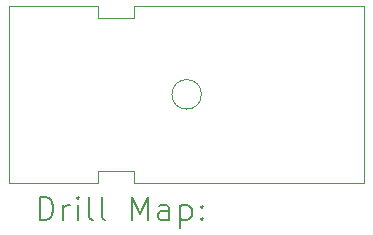
<source format=gbr>
%TF.GenerationSoftware,KiCad,Pcbnew,7.0.5*%
%TF.CreationDate,2024-02-16T16:10:43-06:00*%
%TF.ProjectId,GATE,47415445-2e6b-4696-9361-645f70636258,rev?*%
%TF.SameCoordinates,Original*%
%TF.FileFunction,Drillmap*%
%TF.FilePolarity,Positive*%
%FSLAX45Y45*%
G04 Gerber Fmt 4.5, Leading zero omitted, Abs format (unit mm)*
G04 Created by KiCad (PCBNEW 7.0.5) date 2024-02-16 16:10:43*
%MOMM*%
%LPD*%
G01*
G04 APERTURE LIST*
%ADD10C,0.100000*%
%ADD11C,0.200000*%
G04 APERTURE END LIST*
D10*
X14750000Y-8100000D02*
X15050000Y-8100000D01*
X15050000Y-8000000D01*
X17000000Y-8000000D01*
X17000000Y-9500000D01*
X15050000Y-9500000D01*
X15050000Y-9400000D01*
X14750000Y-9400000D01*
X14750000Y-9500000D01*
X14000000Y-9500000D01*
X14000000Y-8000000D01*
X14750000Y-8000000D01*
X14750000Y-8100000D01*
X15625000Y-8750000D02*
G75*
G03*
X15625000Y-8750000I-125000J0D01*
G01*
D11*
X14255777Y-9816484D02*
X14255777Y-9616484D01*
X14255777Y-9616484D02*
X14303396Y-9616484D01*
X14303396Y-9616484D02*
X14331967Y-9626008D01*
X14331967Y-9626008D02*
X14351015Y-9645055D01*
X14351015Y-9645055D02*
X14360539Y-9664103D01*
X14360539Y-9664103D02*
X14370062Y-9702198D01*
X14370062Y-9702198D02*
X14370062Y-9730770D01*
X14370062Y-9730770D02*
X14360539Y-9768865D01*
X14360539Y-9768865D02*
X14351015Y-9787912D01*
X14351015Y-9787912D02*
X14331967Y-9806960D01*
X14331967Y-9806960D02*
X14303396Y-9816484D01*
X14303396Y-9816484D02*
X14255777Y-9816484D01*
X14455777Y-9816484D02*
X14455777Y-9683150D01*
X14455777Y-9721246D02*
X14465301Y-9702198D01*
X14465301Y-9702198D02*
X14474824Y-9692674D01*
X14474824Y-9692674D02*
X14493872Y-9683150D01*
X14493872Y-9683150D02*
X14512920Y-9683150D01*
X14579586Y-9816484D02*
X14579586Y-9683150D01*
X14579586Y-9616484D02*
X14570062Y-9626008D01*
X14570062Y-9626008D02*
X14579586Y-9635531D01*
X14579586Y-9635531D02*
X14589110Y-9626008D01*
X14589110Y-9626008D02*
X14579586Y-9616484D01*
X14579586Y-9616484D02*
X14579586Y-9635531D01*
X14703396Y-9816484D02*
X14684348Y-9806960D01*
X14684348Y-9806960D02*
X14674824Y-9787912D01*
X14674824Y-9787912D02*
X14674824Y-9616484D01*
X14808158Y-9816484D02*
X14789110Y-9806960D01*
X14789110Y-9806960D02*
X14779586Y-9787912D01*
X14779586Y-9787912D02*
X14779586Y-9616484D01*
X15036729Y-9816484D02*
X15036729Y-9616484D01*
X15036729Y-9616484D02*
X15103396Y-9759341D01*
X15103396Y-9759341D02*
X15170062Y-9616484D01*
X15170062Y-9616484D02*
X15170062Y-9816484D01*
X15351015Y-9816484D02*
X15351015Y-9711722D01*
X15351015Y-9711722D02*
X15341491Y-9692674D01*
X15341491Y-9692674D02*
X15322443Y-9683150D01*
X15322443Y-9683150D02*
X15284348Y-9683150D01*
X15284348Y-9683150D02*
X15265301Y-9692674D01*
X15351015Y-9806960D02*
X15331967Y-9816484D01*
X15331967Y-9816484D02*
X15284348Y-9816484D01*
X15284348Y-9816484D02*
X15265301Y-9806960D01*
X15265301Y-9806960D02*
X15255777Y-9787912D01*
X15255777Y-9787912D02*
X15255777Y-9768865D01*
X15255777Y-9768865D02*
X15265301Y-9749817D01*
X15265301Y-9749817D02*
X15284348Y-9740293D01*
X15284348Y-9740293D02*
X15331967Y-9740293D01*
X15331967Y-9740293D02*
X15351015Y-9730770D01*
X15446253Y-9683150D02*
X15446253Y-9883150D01*
X15446253Y-9692674D02*
X15465301Y-9683150D01*
X15465301Y-9683150D02*
X15503396Y-9683150D01*
X15503396Y-9683150D02*
X15522443Y-9692674D01*
X15522443Y-9692674D02*
X15531967Y-9702198D01*
X15531967Y-9702198D02*
X15541491Y-9721246D01*
X15541491Y-9721246D02*
X15541491Y-9778389D01*
X15541491Y-9778389D02*
X15531967Y-9797436D01*
X15531967Y-9797436D02*
X15522443Y-9806960D01*
X15522443Y-9806960D02*
X15503396Y-9816484D01*
X15503396Y-9816484D02*
X15465301Y-9816484D01*
X15465301Y-9816484D02*
X15446253Y-9806960D01*
X15627205Y-9797436D02*
X15636729Y-9806960D01*
X15636729Y-9806960D02*
X15627205Y-9816484D01*
X15627205Y-9816484D02*
X15617682Y-9806960D01*
X15617682Y-9806960D02*
X15627205Y-9797436D01*
X15627205Y-9797436D02*
X15627205Y-9816484D01*
X15627205Y-9692674D02*
X15636729Y-9702198D01*
X15636729Y-9702198D02*
X15627205Y-9711722D01*
X15627205Y-9711722D02*
X15617682Y-9702198D01*
X15617682Y-9702198D02*
X15627205Y-9692674D01*
X15627205Y-9692674D02*
X15627205Y-9711722D01*
M02*

</source>
